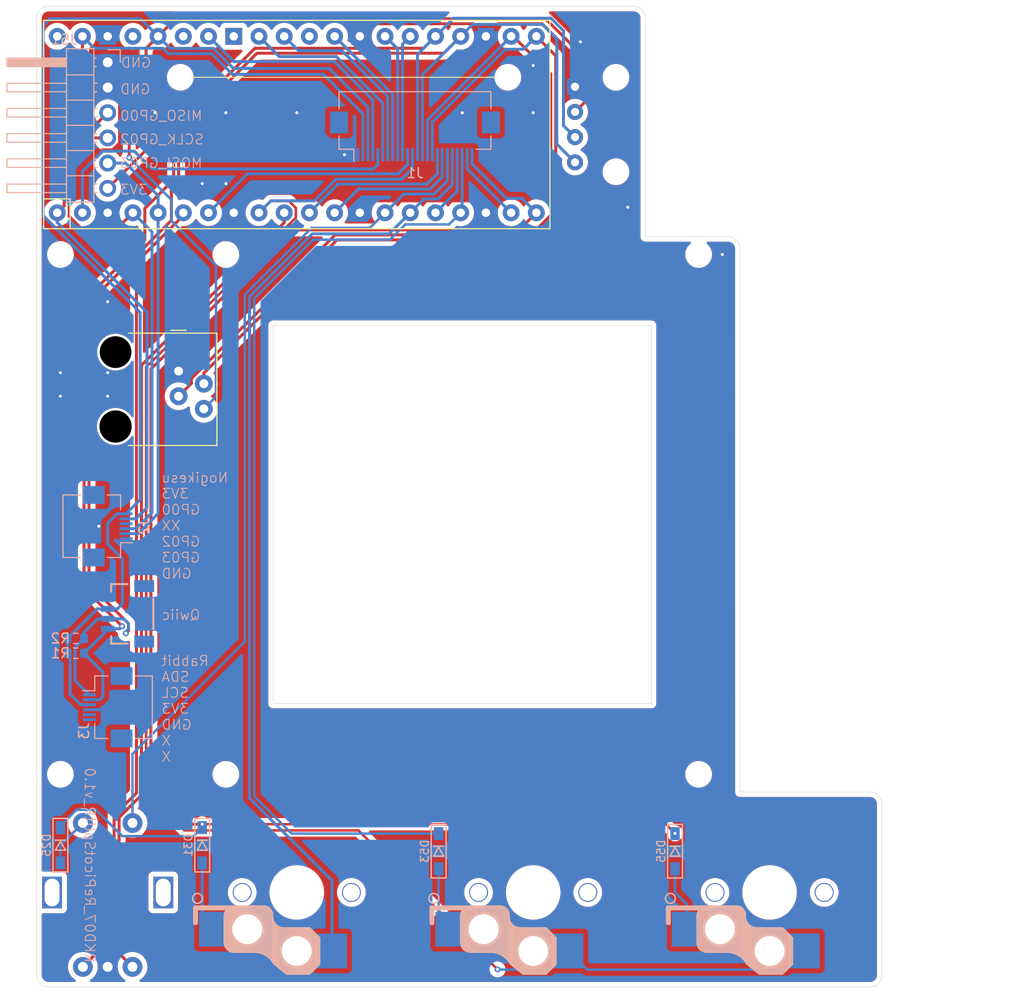
<source format=kicad_pcb>
(kicad_pcb (version 20241229) (generator "pcbnew") (generator_version "9.0")
  (layers (0 "F.Cu" signal) (2 "B.Cu" signal) (13 "F.Paste" user) (15 "B.Paste" user) (5 "F.SilkS" user "F.Silkscreen") (7 "B.SilkS" user "B.Silkscreen") (1 "F.Mask" user) (3 "B.Mask" user) (25 "Edge.Cuts" user))
  (net 0 "")
  (net 6 "Net-(D53-A)")
  (net 7 "Net-(D55-A)")
  (net 8 "ROW4_R")
  (net 9 "ROW2_R")
  (net 10 "COL9_R")
  (net 11 "SDA{slash}SCK_R")
  (net 12 "COL4_R")
  (net 13 "COL10_R")
  (net 14 "ROW1_R")
  (net 15 "COL2_R")
  (net 16 "ROW3_R")
  (net 17 "COL13_R")
  (net 18 "GND_R")
  (net 19 "COL8_R")
  (net 20 "ROW0_R")
  (net 21 "COL6_R")
  (net 22 "VCC_R")
  (net 23 "COL3_R")
  (net 24 "COL7_R")
  (net 25 "COL5_R")
  (net 26 "SCL{slash}TX_R")
  (net 27 "3V3_R")
  (net 28 "COL12_R")
  (net 29 "COL11_R")
  (net 30 "GP02_SCLK_R")
  (net 31 "GP03_MOSI_R")
  (net 33 "GP00_MISO_R")
  (net 38 "Net-(D25-A)")
  (net 39 "Net-(D31-A)")
  (net 40 "GP04_RE_A_R")
  (net 41 "GP07_RE_B_R")
  (net 42 "COL0_GP17_R")
  (net 43 "COL1_GP16_R")
  (footprint "kbd_Hole:m2_Screw_Hole" (layer "F.Cu") (at 145.25625 52.3875)
    (property "Reference" "Ref**")
    (property "Value" "Val**")
  )
  (footprint "kbd_Parts:Diode_SMD" (layer "F.Cu") (at 142.875 112.525 -90)
    (property "Reference" "D55")
    (property "Value" "D" (hide yes))
  )
  (footprint "Rikkodo_FootPrint:rkd_Asm_ChocV1V2_Hotswap_1u" (layer "F.Cu") (at 128.5875 116.68125)
    (property "Reference" "SW53" (hide yes))
    (property "Value" "SW_Push" (hide yes))
  )
  (footprint "kbd_Hole:m2_Screw_Hole" (layer "F.Cu") (at 145.25625 104.775)
    (property "Reference" "Ref**")
    (property "Value" "Val**")
  )
  (footprint "Rikkodo_FootPrint:rkd_Asm_ChocV1V2_Hotswap_1u" (layer "F.Cu") (at 152.4 116.681152)
    (property "Reference" "SW55" (hide yes))
    (property "Value" "SW_Push" (hide yes))
  )
  (footprint "kbd_Parts:Diode_SMD" (layer "F.Cu") (at 80.9625 111.91875 -90)
    (property "Reference" "D25")
    (property "Value" "D" (hide yes))
  )
  (footprint "kbd_Hole:m2_Screw_Hole" (layer "F.Cu") (at 80.9625 52.3875)
    (property "Reference" "Ref**")
    (property "Value" "Val**")
  )
  (footprint "kbd_Hole:m2_Screw_Hole" (layer "F.Cu") (at 136.92199 34.528151)
    (property "Reference" "Ref**")
    (property "Value" "Val**")
  )
  (footprint "kbd_Hole:m2_Screw_Hole" (layer "F.Cu") (at 136.92199 44.053159)
    (property "Reference" "Ref**")
    (property "Value" "Val**")
  )
  (footprint "Connector_RJ:RJ9_Evercom_5301-440xxx_Horizontal" (layer "F.Cu") (at 92.86875 64.135 -90)
    (property "Reference" "J53" (hide yes))
    (property "Value" "RJ9")
  )
  (footprint "Rikkodo_FootPrint:rkd_RPi_Pico_TH_NODBG" (layer "F.Cu") (at 104.775 39.290625 90)
    (property "Reference" "U1" (hide yes))
    (property "Value" "Pico")
  )
  (footprint "kbd_Hole:m2_Screw_Hole" (layer "F.Cu") (at 80.9625 104.775)
    (property "Reference" "Ref**")
    (property "Value" "Val**")
  )
  (footprint "kbd_Hole:m2_Screw_Hole" (layer "F.Cu") (at 97.63115 104.775)
    (property "Reference" "Ref**")
    (property "Value" "Val**")
  )
  (footprint "BrownSugar_KBD:OLED_center_display" (layer "F.Cu") (at 114.3 39.290625 90)
    (property "Reference" "OL1")
    (property "Value" "OLED")
  )
  (footprint "Rikkodo_FootPrint:rkd_Asm_ChocV1V2_Hotswap_1u" (layer "F.Cu") (at 104.775 116.68125)
    (property "Reference" "SW31" (hide yes))
    (property "Value" "SW_Push" (hide yes))
  )
  (footprint "kbd_Parts:Diode_SMD" (layer "F.Cu") (at 95.25 111.91875 -90)
    (property "Reference" "D31")
    (property "Value" "D" (hide yes))
  )
  (footprint "kbd_Hole:m2_Screw_Hole" (layer "F.Cu") (at 97.63125 52.3875)
    (property "Reference" "Ref**")
    (property "Value" "Val**")
  )
  (footprint "Rikkodo_FootPrint:rkd_unified_wid_BTM" (layer "F.Cu") (at 109.5375 34.528125)
    (property "Reference" "UnifiedW**" (hide yes))
    (property "Value" "rkd_unified_wid_BTM" (hide yes))
  )
  (footprint "kbd_Parts:Diode_SMD" (layer "F.Cu") (at 119.0625 112.525 -90)
    (property "Reference" "D53")
    (property "Value" "D" (hide yes))
  )
  (footprint "BrownSugar_KBD:RotaryEncoder_EC11-Switch" (layer "F.Cu") (at 85.725 116.68125)
    (property "Reference" "SW25" (hide yes))
    (property "Value" "RotaryEncoder_Switch")
  )
  (footprint "Resistor_SMD:R_0603_1608Metric" (layer "B.Cu") (at 82.51875 92.571016)
    (property "Reference" "R1")
    (property "Value" "1kΩ")
  )
  (footprint "Connector_FFC-FPC:Hirose_FH12-6S-0.5SH_1x06-1MP_P0.50mm_Horizontal" (layer "B.Cu") (at 85.725 79.771875 90)
    (property "Reference" "J2")
    (property "Value" "Conn_01x06")
  )
  (footprint "Connector_PinHeader_2.54mm:PinHeader_1x06_P2.54mm_Horizontal" (layer "B.Cu") (at 85.725 33.02 180)
    (property "Reference" "J51")
    (property "Value" "Conn_01x06")
  )
  (footprint "SparkFun-Connector:JST_SMD_1.0mm-4_Black" (layer "B.Cu") (at 85.725 88.60625 -90)
    (property "Reference" "J52")
    (property "Value" "Qwiic_RA")
  )
  (footprint "DreaM117er-keebLibrary:Hirose_FH12-6S-0.5SH_1x06-1MP_P0.50mm_Horizontal" (layer "B.Cu") (at 85.725 98.0125 -90)
    (property "Reference" "J3")
    (property "Value" "Conn_01x06")
  )
  (footprint "Resistor_SMD:R_0603_1608Metric" (layer "B.Cu") (at 82.51875 91.082736)
    (property "Reference" "R2")
    (property "Value" "1kΩ")
  )
  (footprint "Connector_FFC-FPC:Hirose_FH12-24S-0.5SH_1x24-1MP_P0.50mm_Horizontal" (layer "B.Cu") (at 116.68125 40.48125)
    (property "Reference" "J1")
    (property "Value" "Conn_01x24")
  )
  (gr_line (start 79.771875 27.384375) (end 138.7079 27.384286) (stroke (width 0.05)) (layer "Edge.Cuts"))
  (gr_arc (start 138.707929 27.384286) (mid 139.549832 27.733018) (end 139.898577 28.574911) (stroke (width 0.05)) (layer "Edge.Cuts"))
  (gr_rect (start 102.39375 59.531363) (end 140.49375 97.631363) (stroke (width 0.05)) (fill no) (layer "Edge.Cuts"))
  (gr_line (start 162.529264 126.206251) (end 79.771942 126.20625) (stroke (width 0.05)) (layer "Edge.Cuts"))
  (gr_arc (start 148.232963 50.601615) (mid 149.074842 50.950359) (end 149.423587 51.792239) (stroke (width 0.05)) (layer "Edge.Cuts"))
  (gr_line (start 162.520449 106.561027) (end 149.423563 106.560954) (stroke (width 0.05)) (layer "Edge.Cuts"))
  (gr_line (start 139.898575 28.574911) (end 139.898555 50.601605) (stroke (width 0.05)) (layer "Edge.Cuts"))
  (gr_arc (start 78.581207 28.574991) (mid 78.929944 27.733076) (end 79.771875 27.384375) (stroke (width 0.05)) (layer "Edge.Cuts"))
  (gr_arc (start 162.520474 106.561009) (mid 163.362365 106.909743) (end 163.7111 107.751635) (stroke (width 0.05)) (layer "Edge.Cuts"))
  (gr_line (start 149.422426 51.792686) (end 149.423563 106.560954) (stroke (width 0.05)) (layer "Edge.Cuts"))
  (gr_line (start 139.898555 50.601605) (end 148.232963 50.601605) (stroke (width 0.05)) (layer "Edge.Cuts"))
  (gr_line (start 163.711075 107.757872) (end 163.711076 125.019964) (stroke (width 0.05)) (layer "Edge.Cuts"))
  (gr_line (start 78.581207 28.574991) (end 78.581209 125.031577) (stroke (width 0.05)) (layer "Edge.Cuts"))
  (gr_arc (start 163.711084 125.015625) (mid 163.36235 125.857516) (end 162.520458 126.206251) (stroke (width 0.05)) (layer "Edge.Cuts"))
  (gr_arc (start 79.771942 126.206227) (mid 78.935595 125.863182) (end 78.581209 125.031577) (stroke (width 0.05)) (layer "Edge.Cuts"))
  (gr_text "MOSI_GP03" (at 86.915552 43.755432 0) (layer "B.SilkS") (effects (font (size 1 1) (thickness 0.1)) (justify right bottom mirror)))
  (gr_text "3V3" (at 86.915552 46.434336 0) (layer "B.SilkS") (effects (font (size 1 1) (thickness 0.1)) (justify right bottom mirror)))
  (gr_text "SCLK_GP02" (at 86.915552 41.374184 0) (layer "B.SilkS") (effects (font (size 1 1) (thickness 0.1)) (justify right bottom mirror)))
  (gr_text "MISO_GP00" (at 86.915552 38.992936 0) (layer "B.SilkS") (effects (font (size 1 1) (thickness 0.1)) (justify right bottom mirror)))
  (gr_text "Qwiic" (at 91.08281 89.296875 0) (layer "B.SilkS") (effects (font (size 1 1) (thickness 0.1)) (justify right bottom mirror)))
  (gr_text "RKD07_RePicotSplitR_v1.0" (at 83.34375 123.825 270) (layer "B.SilkS") (effects (font (size 1 1) (thickness 0.1)) (justify left bottom mirror)))
  (gr_text "GND" (at 86.915552 36.314032 0) (layer "B.SilkS") (effects (font (size 1 1) (thickness 0.1)) (justify right bottom mirror)))
  (gr_text "GND" (at 86.995 33.635128 0) (layer "B.SilkS") (effects (font (size 1 1) (thickness 0.1)) (justify right bottom mirror)))
  (gr_text "Rabbit\nSDA\nSCL\n3V3\nGND\nX\nX" (at 91.082889 103.584483 0) (layer "B.SilkS") (effects (font (size 1 1) (thickness 0.1)) (justify right bottom mirror)))
  (gr_text "Nogikesu\n3V3\nGP00\nXX\nGP02\nGP03\nGND" (at 91.082889 85.129759 0) (layer "B.SilkS") (effects (font (size 1 1) (thickness 0.1)) (justify right bottom mirror)))
  (segment (start 119.0625 114.3) (end 119.0625 119.20625) (width 0.25) (layer "B.Cu") (net 6))
  (segment (start 119.0625 119.20625) (end 120.2375 120.38125) (width 0.25) (layer "B.Cu") (net 6))
  (segment (start 144.05 117.85625) (end 144.05 120.381152) (width 0.25) (layer "B.Cu") (net 7))
  (segment (start 142.875 114.3) (end 142.875 116.68125) (width 0.25) (layer "B.Cu") (net 7))
  (segment (start 142.875 116.68125) (end 144.05 117.85625) (width 0.25) (layer "B.Cu") (net 7))
  (segment (start 127.173646 49.911979) (end 128.905 48.180625) (width 0.3) (layer "F.Cu") (net 8))
  (segment (start 95.24992 109.805376) (end 93.731922 109.805376) (width 0.3) (layer "F.Cu") (net 8))
  (segment (start 141.952224 109.805376) (end 142.87488 110.728032) (width 0.25) (layer "F.Cu") (net 8))
  (segment (start 95.24992 109.805376) (end 141.952224 109.805376) (width 0.25) (layer "F.Cu") (net 8))
  (segment (start 90.077846 106.1513) (end 90.077846 63.944061) (width 0.3) (layer "F.Cu") (net 8))
  (segment (start 104.109928 49.911979) (end 127.173646 49.911979) (width 0.3) (layer "F.Cu") (net 8))
  (segment (start 90.077846 63.944061) (end 104.109928 49.911979) (width 0.3) (layer "F.Cu") (net 8))
  (segment (start 93.731922 109.805376) (end 90.077846 106.1513) (width 0.3) (layer "F.Cu") (net 8))
  (via (at 95.24992 109.805376) (size 0.6) (drill 0.3) (layers "F.Cu" "B.Cu") (net 8))
  (via (at 142.87488 110.728032) (size 0.6) (drill 0.3) (layers "F.Cu" "B.Cu") (net 8))
  (segment (start 142.87488 110.74988) (end 142.875 110.75) (width 0.25) (layer "B.Cu") (net 8))
  (segment (start 127.456367 46.731992) (end 128.905 48.180625) (width 0.3) (layer "B.Cu") (net 8))
  (segment (start 80.9625 109.96875) (end 80.9625 110.14375) (width 0.25) (layer "B.Cu") (net 8))
  (segment (start 81.178125 109.753125) (end 80.9625 109.96875) (width 0.25) (layer "B.Cu") (net 8))
  (segment (start 95.24992 110.14367) (end 95.25 110.14375) (width 0.25) (layer "B.Cu") (net 8))
  (segment (start 142.87488 110.728032) (end 142.87488 110.74988) (width 0.25) (layer "B.Cu") (net 8))
  (segment (start 82.576 108.35525) (end 84.54275 108.35525) (width 0.25) (layer "B.Cu") (net 8))
  (segment (start 122.43125 43.254754) (end 125.908488 46.731992) (width 0.3) (layer "B.Cu") (net 8))
  (segment (start 122.43125 42.33125) (end 122.43125 43.254754) (width 0.3) (layer "B.Cu") (net 8))
  (segment (start 128.280625 48.180625) (end 128.905 48.180625) (width 0.3) (layer "B.Cu") (net 8))
  (segment (start 94.3865 111.00725) (end 95.25 110.14375) (width 0.25) (layer "B.Cu") (net 8))
  (segment (start 81.178125 109.753125) (end 82.576 108.35525) (width 0.25) (layer "B.Cu") (net 8))
  (segment (start 125.908488 46.731992) (end 127.456367 46.731992) (width 0.3) (layer "B.Cu") (net 8))
  (segment (start 95.24992 109.805376) (end 95.24992 110.14367) (width 0.25) (layer "B.Cu") (net 8))
  (segment (start 84.54275 108.35525) (end 87.19475 111.00725) (width 0.25) (layer "B.Cu") (net 8))
  (segment (start 87.19475 111.00725) (end 94.3865 111.00725) (width 0.25) (layer "B.Cu") (net 8))
  (segment (start 114.159615 50.899176) (end 106.4189 50.899176) (width 0.25) (layer "B.Cu") (net 9))
  (segment (start 121.43125 48.034375) (end 121.285 48.180625) (width 0.3) (layer "B.Cu") (net 9))
  (segment (start 106.4189 50.899176) (end 100.4885 56.829576) (width 0.25) (layer "B.Cu") (net 9))
  (segment (start 121.285 48.180625) (end 120.109 49.356625) (width 0.25) (layer "B.Cu") (net 9))
  (segment (start 121.43125 42.33125) (end 121.43125 48.034375) (width 0.3) (layer "B.Cu") (net 9))
  (segment (start 115.717884 49.356625) (end 115.710025 49.348766) (width 0.25) (layer "B.Cu") (net 9))
  (segment (start 120.109 49.356625) (end 115.717884 49.356625) (width 0.25) (layer "B.Cu") (net 9))
  (segment (start 100.4885 106.983692) (end 104.254808 110.75) (width 0.25) (layer "B.Cu") (net 9))
  (segment (start 104.254808 110.75) (end 119.0625 110.75) (width 0.25) (layer "B.Cu") (net 9))
  (segment (start 100.4885 56.829576) (end 100.4885 106.983692) (width 0.25) (layer "B.Cu") (net 9))
  (segment (start 115.710025 49.348766) (end 114.159615 50.899176) (width 0.25) (layer "B.Cu") (net 9))
  (segment (start 114.93125 42.33125) (end 114.93125 31.666875) (width 0.3) (layer "B.Cu") (net 10))
  (segment (start 114.93125 31.666875) (end 113.665 30.400625) (width 0.3) (layer "B.Cu") (net 10))
  (segment (start 92.869 45.058936) (end 92.144 45.783936) (width 0.3) (layer "F.Cu") (net 11))
  (segment (start 119.583 32.102625) (end 121.285 30.400625) (width 0.3) (layer "F.Cu") (net 11))
  (segment (start 119.583 32.102625) (end 100.765161 32.102625) (width 0.3) (layer "F.Cu") (net 11))
  (segment (start 92.144 48.945182) (end 83.84475 57.244432) (width 0.3) (layer "F.Cu") (net 11))
  (segment (start 92.869 39.998784) (end 92.869 45.058936) (width 0.3) (layer "F.Cu") (net 11))
  (segment (start 83.84475 57.244432) (end 83.84475 85.606765) (width 0.3) (layer "F.Cu") (net 11))
  (segment (start 83.84475 85.606765) (end 87.827272 89.589287) (width 0.3) (layer "F.Cu") (net 11))
  (segment (start 87.827272 90.290079) (end 87.552277 90.565074) (width 0.3) (layer "F.Cu") (net 11))
  (segment (start 100.765161 32.102625) (end 92.869 39.998784) (width 0.3) (layer "F.Cu") (net 11))
  (segment (start 92.144 45.783936) (end 92.144 48.945182) (width 0.3) (layer "F.Cu") (net 11))
  (segment (start 87.827272 89.589287) (end 87.827272 90.290079) (width 0.3) (layer "F.Cu") (net 11))
  (via (at 87.552277 90.565074) (size 0.6) (drill 0.3) (layers "F.Cu" "B.Cu") (net 11))
  (segment (start 132.8 43.100625) (end 132.699 43.201625) (width 0.3) (layer "B.Cu") (net 11))
  (segment (start 82.44475 95.33225) (end 83.875 96.7625) (width 0.3) (layer "B.Cu") (net 11))
  (segment (start 87.344235 89.10625) (end 87.827272 89.589287) (width 0.3) (layer "B.Cu") (net 11))
  (segment (start 83.34375 91.082736) (end 82.44475 91.981736) (width 0.3) (layer "B.Cu") (net 11))
  (segment (start 121.285 30.400625) (end 122.486 29.199625) (width 0.3) (layer "B.Cu") (net 11))
  (segment (start 87.552277 90.565074) (end 87.552277 90.40359) (width 0.3) (layer "B.Cu") (net 11))
  (segment (start 122.486 29.199625) (end 129.509697 29.199625) (width 0.3) (layer "B.Cu") (net 11))
  (segment (start 87.552277 90.40359) (end 87.827272 90.128595) (width 0.3) (layer "B.Cu") (net 11))
  (segment (start 85.725 89.10625) (end 84.725 89.10625) (width 0.3) (layer "B.Cu") (net 11))
  (segment (start 117.43125 34.254375) (end 121.285 30.400625) (width 0.3) (layer "B.Cu") (net 11))
  (segment (start 83.34375 90.4875) (end 83.34375 91.082736) (width 0.3) (layer "B.Cu") (net 11))
  (segment (start 82.44475 91.981736) (end 82.44475 95.33225) (width 0.3) (layer "B.Cu") (net 11))
  (segment (start 130.96864 41.269265) (end 132.8 43.100625) (width 0.3) (layer "B.Cu") (net 11))
  (segment (start 130.96864 30.658568) (end 130.96864 41.269265) (width 0.3) (layer "B.Cu") (net 11))
  (segment (start 85.725 89.10625) (end 87.344235 89.10625) (width 0.3) (layer "B.Cu") (net 11))
  (segment (start 84.725 89.10625) (end 83.34375 90.4875) (width 0.3) (layer "B.Cu") (net 11))
  (segment (start 87.827272 90.128595) (end 87.827272 89.589287) (width 0.3) (layer "B.Cu") (net 11))
  (segment (start 129.509697 29.199625) (end 130.96864 30.658568) (width 0.3) (layer "B.Cu") (net 11))
  (segment (start 117.43125 42.33125) (end 117.43125 34.254375) (width 0.3) (layer "B.Cu") (net 11))
  (segment (start 118.607903 46.293521) (end 115.552104 46.293521) (width 0.3) (layer "B.Cu") (net 12))
  (segment (start 99.5365 56.435244) (end 106.263192 49.708552) (width 0.25) (layer "B.Cu") (net 12))
  (segment (start 112.137073 49.708552) (end 113.665 48.180625) (width 0.25) (layer "B.Cu") (net 12))
  (segment (start 88.225 102.7145) (end 99.5365 91.403) (width 0.25) (layer "B.Cu") (net 12))
  (segment (start 106.263192 49.708552) (end 112.137073 49.708552) (width 0.25) (layer "B.Cu") (net 12))
  (segment (start 99.5365 91.403) (end 99.5365 56.435244) (width 0.25) (layer "B.Cu") (net 12))
  (segment (start 115.552104 46.293521) (end 113.665 48.180625) (width 0.3) (layer "B.Cu") (net 12))
  (segment (start 119.93125 42.33125) (end 119.93125 44.970174) (width 0.3) (layer "B.Cu") (net 12))
  (segment (start 119.93125 44.970174) (end 118.607903 46.293521) (width 0.3) (layer "B.Cu") (net 12))
  (segment (start 88.225 109.68125) (end 88.225 102.7145) (width 0.25) (layer "B.Cu") (net 12))
  (segment (start 114.43125 36.246875) (end 108.585 30.400625) (width 0.3) (layer "B.Cu") (net 13))
  (segment (start 114.43125 42.33125) (end 114.43125 36.246875) (width 0.3) (layer "B.Cu") (net 13))
  (segment (start 120.93125 45.994375) (end 118.745 48.180625) (width 0.3) (layer "B.Cu") (net 14))
  (segment (start 120.93125 42.33125) (end 120.93125 45.994375) (width 0.3) (layer "B.Cu") (net 14))
  (segment (start 118.93125 42.33125) (end 118.93125 44.232047) (width 0.3) (layer "B.Cu") (net 15))
  (segment (start 108.934104 45.291521) (end 117.871776 45.291521) (width 0.3) (layer "B.Cu") (net 15))
  (segment (start 106.045 48.180625) (end 108.934104 45.291521) (width 0.3) (layer "B.Cu") (net 15))
  (segment (start 118.93125 44.232047) (end 117.871776 45.291521) (width 0.3) (layer "B.Cu") (net 15))
  (segment (start 121.93125 42.33125) (end 121.93125 43.746875) (width 0.3) (layer "B.Cu") (net 16))
  (segment (start 121.93125 43.746875) (end 126.365 48.180625) (width 0.3) (layer "B.Cu") (net 16))
  (segment (start 112.513968 43.755432) (end 90.189768 43.755432) (width 0.3) (layer "B.Cu") (net 17))
  (segment (start 112.93125 43.33815) (end 112.513968 43.755432) (width 0.3) (layer "B.Cu") (net 17))
  (segment (start 85.227561 41.978968) (end 83.185 44.021529) (width 0.3) (layer "B.Cu") (net 17))
  (segment (start 112.93125 42.33125) (end 112.93125 43.33815) (width 0.3) (layer "B.Cu") (net 17))
  (segment (start 88.413304 41.978968) (end 85.227561 41.978968) (width 0.3) (layer "B.Cu") (net 17))
  (segment (start 90.189768 43.755432) (end 88.413304 41.978968) (width 0.3) (layer "B.Cu") (net 17))
  (segment (start 83.185 44.021529) (end 83.185 48.180625) (width 0.3) (layer "B.Cu") (net 17))
  (segment (start 112.393917 29.131708) (end 122.556083 29.131708) (width 0.3) (layer "F.Cu") (net 18))
  (segment (start 122.556083 29.131708) (end 123.825 30.400625) (width 0.3) (layer "F.Cu") (net 18))
  (segment (start 83.777385 43.296135) (end 83.777385 46.23301) (width 0.3) (layer "F.Cu") (net 18))
  (segment (start 111.125 48.180625) (end 112.326 46.979625) (width 0.3) (layer "F.Cu") (net 18))
  (segment (start 122.624 46.979625) (end 123.825 48.180625) (width 0.3) (layer "F.Cu") (net 18))
  (segment (start 86.926 41.137471) (end 86.222471 41.841) (width 0.3) (layer "F.Cu") (net 18))
  (segment (start 86.222471 41.841) (end 85.23252 41.841) (width 0.3) (layer "F.Cu") (net 18))
  (segment (start 112.326 46.979625) (end 122.624 46.979625) (width 0.3) (layer "F.Cu") (net 18))
  (segment (start 98.425 48.180625) (end 98.425 46.0375) (width 0.3) (layer "F.Cu") (net 18))
  (segment (start 132.8 35.480625) (end 132.8 32.451348) (width 0.3) (layer "F.Cu") (net 18))
  (segment (start 85.725 33.02) (end 85.725 30.400625) (width 0.3) (layer "F.Cu") (net 18))
  (segment (start 132.8 32.451348) (end 129.48036 29.131708) (width 0.3) (layer "F.Cu") (net 18))
  (segment (start 98.425 46.0375) (end 97.63125 45.24375) (width 0.3) (layer "F.Cu") (net 18))
  (segment (start 129.48036 29.131708) (end 125.093917 29.131708) (width 0.3) (layer "F.Cu") (net 18))
  (segment (start 85.23252 41.841) (end 83.777385 43.296135) (width 0.3) (layer "F.Cu") (net 18))
  (segment (start 83.777385 46.23301) (end 85.725 48.180625) (width 0.3) (layer "F.Cu") (net 18))
  (segment (start 86.926 36.761) (end 86.926 41.137471) (width 0.3) (layer "F.Cu") (net 18))
  (segment (start 111.125 30.400625) (end 112.393917 29.131708) (width 0.3) (layer "F.Cu") (net 18))
  (segment (start 125.093917 29.131708) (end 123.825 30.400625) (width 0.3) (layer "F.Cu") (net 18))
  (segment (start 109.57925 42.33125) (end 109.57925 45.2855) (width 0.3) (layer "F.Cu") (net 18))
  (segment (start 85.725 35.56) (end 86.926 36.761) (width 0.3) (layer "F.Cu") (net 18))
  (segment (start 111.125 46.83125) (end 111.125 48.180625) (width 0.3) (layer "F.Cu") (net 18))
  (segment (start 109.57925 45.2855) (end 111.125 46.83125) (width 0.3) (layer "F.Cu") (net 18))
  (via (at 128.5875 38.1) (size 0.6) (drill 0.3) (layers "F.Cu" "B.Cu") (net 18))
  (via (at 85.725 64.29375) (size 0.6) (drill 0.3) (layers "F.Cu" "B.Cu") (net 18))
  (via (at 128.5875 33.3375) (size 0.6) (drill 0.3) (layers "F.Cu" "B.Cu") (net 18))
  (via (at 109.57925 42.33125) (size 0.6) (drill 0.3) (layers "F.Cu" "B.Cu") (net 18))
  (via (at 80.9625 66.675) (size 0.6) (drill 0.3) (layers "F.Cu" "B.Cu") (net 18))
  (via (at 80.9625 64.29375) (size 0.6) (drill 0.3) (layers "F.Cu" "B.Cu") (net 18))
  (via (at 90.4875 38.1) (size 0.6) (drill 0.3) (layers "F.Cu" "B.Cu") (net 18))
  (via (at 84.83196 79.771808) (size 0.6) (drill 0.3) (layers "F.Cu" "B.Cu") (net 18))
  (via (at 138.1125 47.625) (size 0.6) (drill 0.3) (layers "F.Cu" "B.Cu") (net 18))
  (via (at 85.725 57.15) (size 0.6) (drill 0.3) (layers "F.Cu" "B.Cu") (net 18))
  (via (at 104.775 38.1) (size 0.6) (drill 0.3) (layers "F.Cu" "B.Cu") (net 18))
  (via (at 121.44375 38.1) (size 0.6) (drill 0.3) (layers "F.Cu" "B.Cu") (net 18))
  (via (at 147.637624 52.387544) (size 0.6) (drill 0.3) (layers "F.Cu" "B.Cu") (net 18))
  (via (at 97.63125 38.1) (size 0.6) (drill 0.3) (layers "F.Cu" "B.Cu") (net 18))
  (via (at 95.25 45.24375) (size 0.6) (drill 0.3) (layers "F.Cu" "B.Cu") (net 18))
  (via (at 133.35 30.95625) (size 0.6) (drill 0.3) (layers "F.Cu" "B.Cu") (net 18))
  (via (at 97.63125 45.24375) (size 0.6) (drill 0.3) (layers "F.Cu" "B.Cu") (net 18))
  (via (at 85.725 66.675) (size 0.6) (drill 0.3) (layers "F.Cu" "B.Cu") (net 18))
  (segment (start 83.875 98.2625) (end 87.474844 98.2625) (width 0.3) (layer "B.Cu") (net 18))
  (segment (start 91.678202 94.059142) (end 91.678202 85.125077) (width 0.3) (layer "B.Cu") (net 18))
  (segment (start 87.80852 33.019968) (end 87.808488 33.02) (width 0.3) (layer "B.Cu") (net 18))
  (segment (start 106.52825 39.28025) (end 109.57925 42.33125) (width 0.3) (layer "B.Cu") (net 18))
  (segment (start 110.93125 42.33125) (end 109.57925 42.33125) (width 0.3) (layer "B.Cu") (net 18))
  (segment (start 106.52825 39.28025) (end 94.068802 39.28025) (width 0.3) (layer "B.Cu") (net 18))
  (segment (start 85.725 33.02) (end 85.725 35.56) (width 0.3) (layer "B.Cu") (net 18))
  (segment (start 87.808488 33.02) (end 85.725 33.02) (width 0.3) (layer "B.Cu") (net 18))
  (segment (start 94.068802 39.28025) (end 87.80852 33.019968) (width 0.3) (layer "B.Cu") (net 18))
  (segment (start 123.825 48.180625) (end 124.170208 48.525833) (width 0.3) (layer "B.Cu") (net 18))
  (segment (start 87.474844 98.2625) (end 91.678202 94.059142) (width 0.3) (layer "B.Cu") (net 18))
  (segment (start 91.678202 85.125077) (end 87.575 81.021875) (width 0.3) (layer "B.Cu") (net 18))
  (segment (start 116.205 30.400625) (end 115.43125 31.174375) (width 0.3) (layer "B.Cu") (net 19))
  (segment (start 115.43125 31.174375) (end 115.43125 42.33125) (width 0.3) (layer "B.Cu") (net 19))
  (segment (start 112.43125 36.826499) (end 112.43125 42.33125) (width 0.3) (layer "B.Cu") (net 20))
  (segment (start 95.885 30.400625) (end 98.429879 32.945504) (width 0.3) (layer "B.Cu") (net 20))
  (segment (start 98.429879 32.945504) (end 108.550255 32.945504) (width 0.3) (layer "B.Cu") (net 20))
  (segment (start 108.550255 32.945504) (end 112.43125 36.826499) (width 0.3) (layer "B.Cu") (net 20))
  (segment (start 110.98356 110.430376) (end 93.463984 110.430376) (width 0.25) (layer "F.Cu") (net 21))
  (segment (start 124.994456 124.441272) (end 110.98356 110.430376) (width 0.25) (layer "F.Cu") (net 21))
  (segment (start 89.601846 106.568238) (end 89.601846 63.746895) (width 0.25) (layer "F.Cu") (net 21))
  (segment (start 93.463984 110.430376) (end 89.601846 106.568238) (width 0.25) (layer "F.Cu") (net 21))
  (segment (start 104.681 48.667741) (end 104.681 47.693509) (width 0.25) (layer "F.Cu") (net 21))
  (segment (start 124.994456 124.441272) (end 125.010435 124.45725) (width 0.25) (layer "F.Cu") (net 21))
  (segment (start 102.141 47.004625) (end 100.965 48.180625) (width 0.25) (layer "F.Cu") (net 21))
  (segment (start 89.601846 63.746895) (end 104.681 48.667741) (width 0.25) (layer "F.Cu") (net 21))
  (segment (start 103.992116 47.004625) (end 102.141 47.004625) (width 0.25) (layer "F.Cu") (net 21))
  (segment (start 104.681 47.693509) (end 103.992116 47.004625) (width 0.25) (layer "F.Cu") (net 21))
  (via (at 124.994456 124.441272) (size 0.6) (drill 0.3) (layers "F.Cu" "B.Cu") (net 21))
  (segment (start 106.53748 46.979625) (end 102.166 46.979625) (width 0.3) (layer "B.Cu") (net 21))
  (segment (start 130.2615 124.45725) (end 132.1375 122.58125) (width 0.25) (layer "B.Cu") (net 21))
  (segment (start 116.43125 42.33125) (end 116.43125 43.707678) (width 0.3) (layer "B.Cu") (net 21))
  (segment (start 116.43125 43.707678) (end 115.348407 44.790521) (width 0.3) (layer "B.Cu") (net 21))
  (segment (start 154.074 124.457152) (end 155.95 122.581152) (width 0.25) (layer "B.Cu") (net 21))
  (segment (start 125.010434 124.45725) (end 130.2615 124.45725) (width 0.25) (layer "B.Cu") (net 21))
  (segment (start 115.348407 44.790521) (end 108.726583 44.790521) (width 0.3) (layer "B.Cu") (net 21))
  (segment (start 124.994456 124.441272) (end 125.010434 124.45725) (width 0.25) (layer "B.Cu") (net 21))
  (segment (start 102.166 46.979625) (end 100.965 48.180625) (width 0.3) (layer "B.Cu") (net 21))
  (segment (start 108.726583 44.790521) (end 106.53748 46.979625) (width 0.3) (layer "B.Cu") (net 21))
  (segment (start 134.013402 124.457152) (end 154.074 124.457152) (width 0.25) (layer "B.Cu") (net 21))
  (segment (start 132.1375 122.58125) (end 134.013402 124.457152) (width 0.25) (layer "B.Cu") (net 21))
  (segment (start 86.788 34.221) (end 87.896794 35.329794) (width 0.3) (layer "F.Cu") (net 22))
  (segment (start 87.896794 35.329794) (end 87.896794 42.628968) (width 0.3) (layer "F.Cu") (net 22))
  (segment (start 84.524 34.221) (end 86.788 34.221) (width 0.3) (layer "F.Cu") (net 22))
  (segment (start 83.64148 30.400657) (end 83.64148 30.93648) (width 0.3) (layer "F.Cu") (net 22))
  (segment (start 83.185 32.882) (end 84.524 34.221) (width 0.3) (layer "F.Cu") (net 22))
  (segment (start 83.185 30.400625) (end 83.185 32.882) (width 0.3) (layer "F.Cu") (net 22))
  (via (at 87.896794 42.628968) (size 0.6) (drill 0.3) (layers "F.Cu" "B.Cu") (net 22))
  (segment (start 91.29748 31.601625) (end 91.842703 32.146848) (width 0.3) (layer "B.Cu") (net 22))
  (segment (start 91.842703 32.146848) (end 96.202422 32.146848) (width 0.3) (layer "B.Cu") (net 22))
  (segment (start 92.16352 49.007149) (end 96.63475 53.478379) (width 0.25) (layer "B.Cu") (net 22))
  (segment (start 83.185 30.400625) (end 84.386 31.601625) (width 0.3) (layer "B.Cu") (net 22))
  (segment (start 92.16352 46.895694) (end 92.16352 49.007149) (width 0.25) (layer "B.Cu") (net 22))
  (segment (start 96.63475 53.478379) (end 96.63475 66.719) (width 0.25) (layer "B.Cu") (net 22))
  (segment (start 87.896794 42.628968) (end 92.16352 46.895694) (width 0.25) (layer "B.Cu") (net 22))
  (segment (start 84.386 31.601625) (end 91.29748 31.601625) (width 0.3) (layer "B.Cu") (net 22))
  (segment (start 111.43125 38.207751) (end 111.43125 42.33125) (width 0.3) (layer "B.Cu") (net 22))
  (segment (start 96.202422 32.146848) (end 98.286014 34.23044) (width 0.3) (layer "B.Cu") (net 22))
  (segment (start 96.63475 66.719) (end 95.40875 67.945) (width 0.25) (layer "B.Cu") (net 22))
  (segment (start 107.453939 34.23044) (end 111.43125 38.207751) (width 0.3) (layer "B.Cu") (net 22))
  (segment (start 98.286014 34.23044) (end 107.453939 34.23044) (width 0.3) (layer "B.Cu") (net 22))
  (segment (start 119.43125 42.33125) (end 119.43125 44.577206) (width 0.3) (layer "B.Cu") (net 23))
  (segment (start 118.215935 45.792521) (end 110.973104 45.792521) (width 0.3) (layer "B.Cu") (net 23))
  (segment (start 110.973104 45.792521) (end 108.585 48.180625) (width 0.3) (layer "B.Cu") (net 23))
  (segment (start 119.43125 44.577206) (end 118.215935 45.792521) (width 0.3) (layer "B.Cu") (net 23))
  (segment (start 99.809193 44.256432) (end 114.989528 44.256432) (width 0.3) (layer "B.Cu") (net 24))
  (segment (start 95.885 48.180625) (end 99.809193 44.256432) (width 0.3) (layer "B.Cu") (net 24))
  (segment (start 115.93125 43.31471) (end 115.93125 42.33125) (width 0.3) (layer "B.Cu") (net 24))
  (segment (start 114.989528 44.256432) (end 115.93125 43.31471) (width 0.3) (layer "B.Cu") (net 24))
  (segment (start 120.43125 45.363142) (end 118.999871 46.794521) (width 0.3) (layer "B.Cu") (net 25))
  (segment (start 120.43125 42.33125) (end 120.43125 45.363142) (width 0.3) (layer "B.Cu") (net 25))
  (segment (start 114.081761 50.303864) (end 106.341046 50.303864) (width 0.3) (layer "B.Cu") (net 25))
  (segment (start 118.999871 46.794521) (end 117.591104 46.794521) (width 0.3) (layer "B.Cu") (net 25))
  (segment (start 117.591104 46.794521) (end 116.205 48.180625) (width 0.3) (layer "B.Cu") (net 25))
  (segment (start 106.341046 50.303864) (end 100.0125 56.63241) (width 0.3) (layer "B.Cu") (net 25))
  (segment (start 116.205 48.180625) (end 114.081761 50.303864) (width 0.3) (layer "B.Cu") (net 25))
  (segment (start 100.0125 56.63241) (end 100.0125 107.180858) (width 0.3) (layer "B.Cu") (net 25))
  (segment (start 108.325 115.493358) (end 108.325 122.58125) (width 0.3) (layer "B.Cu") (net 25))
  (segment (start 100.0125 107.180858) (end 108.325 115.493358) (width 0.3) (layer "B.Cu") (net 25))
  (segment (start 89.466 47.753416) (end 89.466 50.914661) (width 0.3) (layer "F.Cu") (net 26))
  (segment (start 92.368 44.851416) (end 89.466 47.753416) (width 0.3) (layer "F.Cu") (net 26))
  (segment (start 83.34375 86.026419) (end 87.176272 89.858941) (width 0.3) (layer "F.Cu") (net 26))
  (segment (start 83.34375 57.036911) (end 83.34375 86.026419) (width 0.3) (layer "F.Cu") (net 26))
  (segment (start 89.466 50.914661) (end 83.34375 57.036911) (width 0.3) (layer "F.Cu") (net 26))
  (segment (start 92.368 39.791263) (end 92.368 44.851416) (width 0.3) (layer "F.Cu") (net 26))
  (segment (start 100.557641 31.601625) (end 92.368 39.791263) (width 0.3) (layer "F.Cu") (net 26))
  (segment (start 118.745 30.400625) (end 117.544 31.601625) (width 0.3) (layer "F.Cu") (net 26))
  (segment (start 117.544 31.601625) (end 100.557641 31.601625) (width 0.3) (layer "F.Cu") (net 26))
  (via (at 87.176272 89.858941) (size 0.6) (drill 0.3) (layers "F.Cu" "B.Cu") (net 26))
  (segment (start 131.639 29.840648) (end 131.639 39.399625) (width 0.3) (layer "B.Cu") (net 26))
  (segment (start 118.745 30.400625) (end 120.570649 28.574976) (width 0.3) (layer "B.Cu") (net 26))
  (segment (start 83.34375 92.571016) (end 85.725 90.189766) (width 0.3) (layer "B.Cu") (net 26))
  (segment (start 84.903125 97.2625) (end 83.875 97.2625) (width 0.3) (layer "B.Cu") (net 26))
  (segment (start 116.93125 32.214375) (end 116.93125 42.33125) (width 0.3) (layer "B.Cu") (net 26))
  (segment (start 133.245 40.115625) (end 132.8 40.560625) (width 0.3) (layer "B.Cu") (net 26))
  (segment (start 85.242094 94.46936) (end 85.242094 96.923531) (width 0.3) (layer "B.Cu") (net 26))
  (segment (start 118.745 30.400625) (end 116.93125 32.214375) (width 0.3) (layer "B.Cu") (net 26))
  (segment (start 85.725 90.189766) (end 85.725 90.10625) (width 0.3) (layer "B.Cu") (net 26))
  (segment (start 85.725 90.10625) (end 86.928963 90.10625) (width 0.3) (layer "B.Cu") (net 26))
  (segment (start 86.928963 90.10625) (end 87.176272 89.858941) (width 0.3) (layer "B.Cu") (net 26))
  (segment (start 131.639 39.399625) (end 132.8 40.560625) (width 0.3) (layer "B.Cu") (net 26))
  (segment (start 83.34375 92.571016) (end 85.242094 94.46936) (width 0.3) (layer "B.Cu") (net 26))
  (segment (start 120.570649 28.574976) (end 130.373328 28.574976) (width 0.3) (layer "B.Cu") (net 26))
  (segment (start 130.373328 28.574976) (end 131.639 29.840648) (width 0.3) (layer "B.Cu") (net 26))
  (segment (start 85.51079 90.10625) (end 85.725 90.10625) (width 0.3) (layer "B.Cu") (net 26))
  (segment (start 85.242094 96.923531) (end 84.903125 97.2625) (width 0.3) (layer "B.Cu") (net 26))
  (segment (start 133.961 32.75796) (end 129.833748 28.630708) (width 0.3) (layer "F.Cu") (net 27))
  (segment (start 85.725 45.72) (end 89.594456 41.850544) (width 0.3) (layer "F.Cu") (net 27))
  (segment (start 132.8 38.020625) (end 133.961 36.859625) (width 0.3) (layer "F.Cu") (net 27))
  (segment (start 129.833748 28.630708) (end 92.574917 28.630708) (width 0.3) (layer "F.Cu") (net 27))
  (segment (start 89.594456 41.850544) (end 89.594456 31.611169) (width 0.3) (layer "F.Cu") (net 27))
  (segment (start 133.961 36.859625) (end 133.961 32.75796) (width 0.3) (layer "F.Cu") (net 27))
  (segment (start 92.574917 28.630708) (end 90.805 30.400625) (width 0.3) (layer "F.Cu") (net 27))
  (segment (start 89.594456 31.611169) (end 90.805 30.400625) (width 0.3) (layer "F.Cu") (net 27))
  (segment (start 96.384074 31.61998) (end 98.399222 33.635128) (width 0.3) (layer "B.Cu") (net 27))
  (segment (start 98.399222 33.635128) (end 108.049254 33.635128) (width 0.3) (layer "B.Cu") (net 27))
  (segment (start 85.725 88.10625) (end 86.7 88.10625) (width 0.3) (layer "B.Cu") (net 27))
  (segment (start 81.94375 96.690625) (end 81.94375 92.821016) (width 0.3) (layer "B.Cu") (net 27))
  (segment (start 85.724928 79.474152) (end 86.678205 78.520875) (width 0.3) (layer "B.Cu") (net 27))
  (segment (start 89.035083 28.630708) (end 79.907043 28.630708) (width 0.3) (layer "B.Cu") (net 27))
  (segment (start 81.69375 91.082736) (end 84.670236 88.10625) (width 0.3) (layer "B.Cu") (net 27))
  (segment (start 87.213208 83.046024) (end 85.724928 81.557744) (width 0.3) (layer "B.Cu") (net 27))
  (segment (start 108.049254 33.635128) (end 111.93125 37.517124) (width 0.3) (layer "B.Cu") (net 27))
  (segment (start 92.024355 31.61998) (end 96.384074 31.61998) (width 0.3) (layer "B.Cu") (net 27))
  (segment (start 88.999144 58.23324) (end 88.999144 77.097731) (width 0.3) (layer "B.Cu") (net 27))
  (segment (start 79.232314 48.46641) (end 88.999144 58.23324) (width 0.3) (layer "B.Cu") (net 27))
  (segment (start 87.213208 87.593042) (end 87.213208 83.046024) (width 0.3) (layer "B.Cu") (net 27))
  (segment (start 88.999144 77.097731) (end 87.575 78.521875) (width 0.3) (layer "B.Cu") (net 27))
  (segment (start 81.94375 92.821016) (end 81.69375 92.571016) (width 0.3) (layer "B.Cu") (net 27))
  (segment (start 111.93125 37.517124) (end 111.93125 42.33125) (width 0.3) (layer "B.Cu") (net 27))
  (segment (start 84.670236 88.10625) (end 85.725 88.10625) (width 0.3) (layer "B.Cu") (net 27))
  (segment (start 83.015625 97.7625) (end 81.94375 96.690625) (width 0.3) (layer "B.Cu") (net 27))
  (segment (start 81.69375 91.082736) (end 81.69375 92.571016) (width 0.3) (layer "B.Cu") (net 27))
  (segment (start 86.7 88.10625) (end 87.213208 87.593042) (width 0.3) (layer "B.Cu") (net 27))
  (segment (start 79.232314 29.305437) (end 79.232314 48.46641) (width 0.3) (layer "B.Cu") (net 27))
  (segment (start 90.805 30.400625) (end 89.035083 28.630708) (width 0.3) (layer "B.Cu") (net 27))
  (segment (start 90.805 30.400625) (end 92.024355 31.61998) (width 0.3) (layer "B.Cu") (net 27))
  (segment (start 85.724928 81.557744) (end 85.724928 79.474152) (width 0.3) (layer "B.Cu") (net 27))
  (segment (start 79.907043 28.630708) (end 79.232314 29.305437) (width 0.3) (layer "B.Cu") (net 27))
  (segment (start 83.875 97.7625) (end 83.015625 97.7625) (width 0.3) (layer "B.Cu") (net 27))
  (segment (start 86.678205 78.520875) (end 87.575 78.520875) (width 0.3) (layer "B.Cu") (net 27))
  (segment (start 113.43125 37.117979) (end 108.757775 32.444504) (width 0.3) (layer "B.Cu") (net 28))
  (segment (start 103.008878 32.444504) (end 100.965 30.400626) (width 0.3) (layer "B.Cu") (net 28))
  (segment (start 100.965 30.400626) (end 100.965 30.400625) (width 0.3) (layer "B.Cu") (net 28))
  (segment (start 108.757775 32.444504) (end 103.008878 32.444504) (width 0.3) (layer "B.Cu") (net 28))
  (segment (start 113.43125 42.33125) (end 113.43125 37.117979) (width 0.3) (layer "B.Cu") (net 28))
  (segment (start 113.93125 42.33125) (end 113.93125 36.455395) (width 0.3) (layer "B.Cu") (net 29))
  (segment (start 109.325047 31.849192) (end 104.953567 31.849192) (width 0.3) (layer "B.Cu") (net 29))
  (segment (start 113.93125 36.455395) (end 109.325047 31.849192) (width 0.3) (layer "B.Cu") (net 29))
  (segment (start 104.953567 31.849192) (end 103.505 30.400625) (width 0.3) (layer "B.Cu") (net 29))
  (segment (start 83.89352 40.64) (end 85.725 40.64) (width 0.3) (layer "F.Cu") (net 30))
  (segment (start 81.846 42.68752) (end 83.89352 40.64) (width 0.3) (layer "F.Cu") (net 30))
  (segment (start 83.312154 50.00625) (end 81.846 48.540096) (width 0.3) (layer "F.Cu") (net 30))
  (segment (start 86.439375 50.00625) (end 83.312154 50.00625) (width 0.3) (layer "F.Cu") (net 30))
  (segment (start 81.846 48.540096) (end 81.846 42.68752) (width 0.3) (layer "F.Cu") (net 30))
  (segment (start 88.265 48.180625) (end 86.439375 50.00625) (width 0.3) (layer "F.Cu") (net 30))
  (segment (start 90.189768 78.396877) (end 88.56477 80.021875) (width 0.3) (layer "B.Cu") (net 30))
  (segment (start 88.56477 80.021875) (end 87.575 80.021875) (width 0.3) (layer "B.Cu") (net 30))
  (segment (start 88.265 48.180625) (end 90.189768 50.105393) (width 0.3) (layer "B.Cu") (net 30))
  (segment (start 90.189768 50.105393) (end 90.189768 78.396877) (width 0.3) (layer "B.Cu") (net 30))
  (segment (start 90.805 48.180625) (end 90.805 78.490165) (width 0.3) (layer "B.Cu") (net 31))
  (segment (start 88.77329 80.521875) (end 87.575 80.521875) (width 0.3) (layer "B.Cu") (net 31))
  (segment (start 90.805 46.457828) (end 90.805 48.180625) (width 0.3) (layer "B.Cu") (net 31))
  (segment (start 90.805 48.180625) (end 91.082889 48.458514) (width 0.3) (layer "B.Cu") (net 31))
  (segment (start 90.805 78.490165) (end 88.77329 80.521875) (width 0.3) (layer "B.Cu") (net 31))
  (segment (start 85.725 43.18) (end 87.527172 43.18) (width 0.3) (layer "B.Cu") (net 31))
  (segment (start 87.527172 43.18) (end 90.805 46.457828) (width 0.3) (layer "B.Cu") (net 31))
  (segment (start 81.345 47.480625) (end 80.645 48.180625) (width 0.3) (layer "F.Cu") (net 33))
  (segment (start 81.345 42.48) (end 81.345 47.480625) (width 0.3) (layer "F.Cu") (net 33))
  (segment (start 85.725 38.1) (end 81.345 42.48) (width 0.3) (layer "F.Cu") (net 33))
  (segment (start 80.645 49.170576) (end 89.688768 58.214344) (width 0.3) (layer "B.Cu") (net 33))
  (segment (start 89.688768 77.891635) (end 88.558528 79.021875) (width 0.3) (layer "B.Cu") (net 33))
  (segment (start 80.645 48.180625) (end 80.645 49.170576) (width 0.3) (layer "B.Cu") (net 33))
  (segment (start 88.558528 79.021875) (end 87.575 79.021875) (width 0.3) (layer "B.Cu") (net 33))
  (segment (start 89.688768 58.214344) (end 89.688768 77.891635) (width 0.3) (layer "B.Cu") (net 33))
  (segment (start 80.9625 111.94375) (end 83.225 109.68125) (width 0.25) (layer "B.Cu") (net 38))
  (segment (start 80.9625 113.69375) (end 80.9625 111.94375) (width 0.25) (layer "B.Cu") (net 38))
  (segment (start 95.25 113.69375) (end 95.25 119.20625) (width 0.3) (layer "B.Cu") (net 39))
  (segment (start 95.25 119.20625) (end 96.425 120.38125) (width 0.3) (layer "B.Cu") (net 39))
  (segment (start 88.624846 53.172855) (end 93.345 48.452701) (width 0.3) (layer "F.Cu") (net 40))
  (segment (start 93.345 48.452701) (end 93.345 48.180625) (width 0.3) (layer "F.Cu") (net 40))
  (segment (start 86.373 108.914126) (end 86.373 121.03325) (width 0.3) (layer "F.Cu") (net 40))
  (segment (start 88.624846 106.662281) (end 88.624846 53.172855) (width 0.3) (layer "F.Cu") (net 40))
  (segment (start 86.373 121.03325) (end 83.225 124.18125) (width 0.3) (layer "F.Cu") (net 40))
  (segment (start 86.373 108.914126) (end 88.624846 106.662281) (width 0.3) (layer "F.Cu") (net 40))
  (segment (start 86.874 122.83025) (end 88.225 124.18125) (width 0.3) (layer "F.Cu") (net 41))
  (segment (start 103.505 48.180625) (end 103.505 49.170575) (width 0.3) (layer "F.Cu") (net 41))
  (segment (start 89.125846 106.869803) (end 86.874 109.121647) (width 0.3) (layer "F.Cu") (net 41))
  (segment (start 103.505 49.170575) (end 89.125846 63.54973) (width 0.3) (layer "F.Cu") (net 41))
  (segment (start 89.125846 63.54973) (end 89.125846 106.869803) (width 0.3) (layer "F.Cu") (net 41))
  (segment (start 86.874 109.121647) (end 86.874 122.83025) (width 0.3) (layer "F.Cu") (net 41))
  (segment (start 94.15775 65.386) (end 94.15775 64.886818) (width 0.3) (layer "F.Cu") (net 42))
  (segment (start 94.15775 64.886818) (end 108.631589 50.412979) (width 0.3) (layer "F.Cu") (net 42))
  (segment (start 92.86875 66.675) (end 94.15775 65.386) (width 0.3) (layer "F.Cu") (net 42))
  (segment (start 130.357438 34.186784) (end 126.571279 30.400625) (width 0.3) (layer "F.Cu") (net 42))
  (segment (start 128.371117 50.412979) (end 130.357438 48.426658) (width 0.3) (layer "F.Cu") (net 42))
  (segment (start 108.631589 50.412979) (end 128.371117 50.412979) (width 0.3) (layer "F.Cu") (net 42))
  (segment (start 126.571279 30.400625) (end 126.365 30.400625) (width 0.3) (layer "F.Cu") (net 42))
  (segment (start 130.357438 48.426658) (end 130.357438 34.186784) (width 0.3) (layer "F.Cu") (net 42))
  (segment (start 126.365 30.400625) (end 117.93125 38.834375) (width 0.3) (layer "B.Cu") (net 42))
  (segment (start 126.053355 30.400625) (end 126.365 30.400625) (width 0.3) (layer "B.Cu") (net 42))
  (segment (start 117.93125 38.834375) (end 117.93125 42.33125) (width 0.3) (layer "B.Cu") (net 42))
  (segment (start 128.575763 50.916853) (end 130.858438 48.634178) (width 0.3) (layer "F.Cu") (net 43))
  (segment (start 130.858438 48.634178) (end 130.858438 32.354063) (width 0.3) (layer "F.Cu") (net 43))
  (segment (start 95.40875 65.405) (end 95.40875 64.344338) (width 0.3) (layer "F.Cu") (net 43))
  (segment (start 108.836235 50.916853) (end 128.575763 50.916853) (width 0.3) (layer "F.Cu") (net 43))
  (segment (start 95.40875 64.344338) (end 108.836235 50.916853) (width 0.3) (layer "F.Cu") (net 43))
  (segment (start 130.858438 32.354063) (end 128.905 30.400625) (width 0.3) (layer "F.Cu") (net 43))
  (segment (start 118.43125 42.33125) (end 118.43125 39.042895) (width 0.3) (layer "B.Cu") (net 43))
  (segment (start 118.43125 39.042895) (end 125.766721 31.707424) (width 0.3) (layer "B.Cu") (net 43))
  (segment (start 125.766721 31.707424) (end 127.598202 31.707424) (width 0.3) (layer "B.Cu") (net 43))
  (segment (start 127.598202 31.707424) (end 128.905 30.400625) (width 0.3) (layer "B.Cu") (net 43))
  (zone (net 18) (net_name "GND_R") (layers "F.Cu" "B.Cu") (priority 1) (connect_pads yes (clearance 0.5)) (min_thickness 0.25) (fill yes (thermal_gap 0.5) (thermal_bridge_width 0.5))
    (polygon (pts (xy 78.58125 27.384375) (xy 78.581316 126.206356) (xy 163.711075 126.206377) (xy 163.711075 106.561048) (xy 149.423563 106.561048) (xy 149.423563 50.601626) (xy 139.898555 50.601626) (xy 139.898555 27.384375)))
  )
)
</source>
